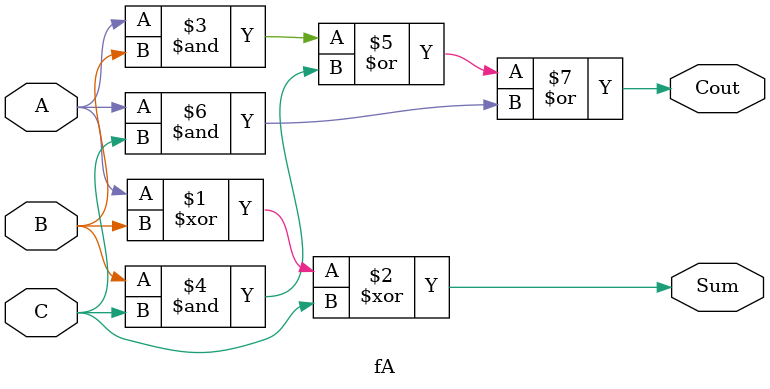
<source format=v>
`timescale 1ns / 1ps


module fA(
    input A,
    input B,
    input C,
    output Sum,
    output Cout
    );
    assign Sum=A^B^C;
    assign Cout=(A&B) | (B&C) | (A&C);
    
endmodule

</source>
